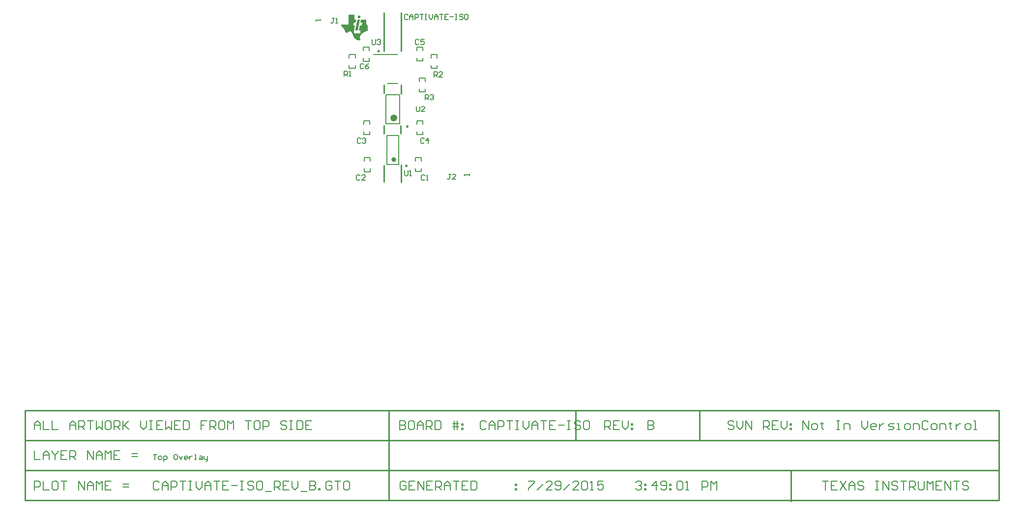
<source format=gto>
%FSAX25Y25*%
%MOIN*%
G70*
G01*
G75*
G04 Layer_Color=65535*
%ADD10R,0.02362X0.03150*%
%ADD11O,0.08661X0.02362*%
%ADD12O,0.07480X0.02362*%
%ADD13O,0.07677X0.01575*%
%ADD14C,0.01000*%
%ADD15C,0.02000*%
%ADD16C,0.01500*%
%ADD17C,0.00800*%
%ADD18C,0.05906*%
%ADD19R,0.05906X0.05906*%
%ADD20C,0.03400*%
%ADD21C,0.01575*%
%ADD22C,0.00984*%
%ADD23C,0.02362*%
%ADD24C,0.00700*%
%ADD25C,0.00787*%
G36*
X0263394Y0369642D02*
Y0369569D01*
Y0369496D01*
Y0369424D01*
Y0369351D01*
Y0369278D01*
Y0369206D01*
Y0369133D01*
Y0369060D01*
Y0368987D01*
Y0368915D01*
Y0368842D01*
Y0368769D01*
Y0368697D01*
Y0368624D01*
Y0368551D01*
Y0368479D01*
Y0368406D01*
Y0368333D01*
Y0368261D01*
Y0368188D01*
Y0368115D01*
Y0368042D01*
Y0367970D01*
Y0367897D01*
Y0367824D01*
Y0367752D01*
Y0367679D01*
Y0367606D01*
Y0367533D01*
Y0367461D01*
Y0367388D01*
Y0367315D01*
Y0367243D01*
Y0367170D01*
Y0367097D01*
Y0367025D01*
Y0366952D01*
Y0366879D01*
Y0366807D01*
Y0366734D01*
Y0366661D01*
Y0366588D01*
Y0366516D01*
Y0366443D01*
Y0366370D01*
X0264557D01*
Y0366298D01*
X0264485D01*
Y0366225D01*
Y0366152D01*
Y0366079D01*
Y0366007D01*
Y0365934D01*
X0264412D01*
Y0365861D01*
Y0365789D01*
Y0365716D01*
Y0365643D01*
Y0365571D01*
X0264339D01*
Y0365498D01*
Y0365425D01*
Y0365353D01*
Y0365280D01*
Y0365207D01*
X0264266D01*
Y0365134D01*
Y0365062D01*
Y0364989D01*
Y0364916D01*
Y0364844D01*
X0264194D01*
Y0364771D01*
Y0364698D01*
Y0364626D01*
Y0364553D01*
Y0364480D01*
X0264121D01*
Y0364407D01*
Y0364335D01*
Y0364262D01*
Y0364189D01*
X0262885D01*
Y0364117D01*
Y0364044D01*
Y0363971D01*
X0262812D01*
Y0363898D01*
Y0363826D01*
Y0363753D01*
Y0363680D01*
Y0363608D01*
X0262740D01*
Y0363535D01*
Y0363462D01*
Y0363390D01*
Y0363317D01*
Y0363244D01*
X0262667D01*
Y0363172D01*
Y0363099D01*
Y0363026D01*
Y0362953D01*
Y0362881D01*
X0262594D01*
Y0362808D01*
Y0362735D01*
Y0362663D01*
Y0362590D01*
Y0362517D01*
X0262522D01*
Y0362444D01*
Y0362372D01*
Y0362299D01*
Y0362226D01*
Y0362154D01*
X0263685D01*
Y0362081D01*
Y0362008D01*
Y0361936D01*
Y0361863D01*
X0263612D01*
Y0361790D01*
Y0361718D01*
Y0361645D01*
Y0361572D01*
Y0361499D01*
X0263539D01*
Y0361427D01*
Y0361354D01*
Y0361281D01*
Y0361209D01*
Y0361136D01*
X0263467D01*
Y0361063D01*
Y0360991D01*
Y0360918D01*
Y0360845D01*
Y0360772D01*
X0263394D01*
Y0360700D01*
Y0360627D01*
Y0360554D01*
Y0360482D01*
Y0360409D01*
X0263321D01*
Y0360336D01*
Y0360263D01*
Y0360191D01*
Y0360118D01*
Y0360045D01*
X0263249D01*
Y0359973D01*
Y0359900D01*
Y0359827D01*
Y0359755D01*
Y0359682D01*
X0263176D01*
Y0359609D01*
Y0359537D01*
Y0359464D01*
Y0359391D01*
Y0359318D01*
X0263103D01*
Y0359246D01*
Y0359173D01*
Y0359100D01*
Y0359028D01*
Y0358955D01*
X0263031D01*
Y0358882D01*
Y0358809D01*
Y0358737D01*
Y0358664D01*
Y0358591D01*
X0262958D01*
Y0358519D01*
Y0358446D01*
Y0358373D01*
Y0358301D01*
Y0358228D01*
X0262885D01*
Y0358155D01*
Y0358083D01*
Y0358010D01*
Y0357937D01*
Y0357864D01*
Y0357792D01*
Y0357719D01*
Y0357646D01*
X0262958D01*
Y0357574D01*
Y0357501D01*
Y0357428D01*
X0263031D01*
Y0357355D01*
Y0357283D01*
X0263103D01*
Y0357210D01*
X0263176D01*
Y0357137D01*
X0263249D01*
Y0357065D01*
X0263394D01*
Y0356992D01*
X0263539D01*
Y0356919D01*
X0263830D01*
Y0356847D01*
X0264266D01*
Y0356774D01*
X0267102D01*
Y0356847D01*
Y0356919D01*
Y0356992D01*
X0267174D01*
Y0357065D01*
Y0357137D01*
Y0357210D01*
Y0357283D01*
Y0357355D01*
X0267247D01*
Y0357428D01*
Y0357501D01*
Y0357574D01*
Y0357646D01*
Y0357719D01*
X0267320D01*
Y0357792D01*
Y0357864D01*
Y0357937D01*
Y0358010D01*
Y0358083D01*
X0267392D01*
Y0358155D01*
Y0358228D01*
Y0358301D01*
Y0358373D01*
Y0358446D01*
X0267465D01*
Y0358519D01*
Y0358591D01*
Y0358664D01*
Y0358737D01*
Y0358809D01*
X0267538D01*
Y0358882D01*
Y0358955D01*
X0266593D01*
Y0359028D01*
X0266447D01*
Y0359100D01*
X0266375D01*
Y0359173D01*
Y0359246D01*
Y0359318D01*
Y0359391D01*
Y0359464D01*
Y0359537D01*
Y0359609D01*
Y0359682D01*
Y0359755D01*
X0266447D01*
Y0359827D01*
Y0359900D01*
Y0359973D01*
Y0360045D01*
X0266520D01*
Y0360118D01*
Y0360191D01*
Y0360263D01*
Y0360336D01*
Y0360409D01*
X0266593D01*
Y0360482D01*
Y0360554D01*
Y0360627D01*
Y0360700D01*
Y0360772D01*
X0266666D01*
Y0360845D01*
Y0360918D01*
Y0360991D01*
Y0361063D01*
Y0361136D01*
X0266738D01*
Y0361209D01*
Y0361281D01*
Y0361354D01*
Y0361427D01*
Y0361499D01*
X0266811D01*
Y0361572D01*
Y0361645D01*
Y0361718D01*
Y0361790D01*
Y0361863D01*
X0266884D01*
Y0361936D01*
Y0362008D01*
Y0362081D01*
Y0362154D01*
X0268192D01*
Y0362226D01*
Y0362299D01*
Y0362372D01*
Y0362444D01*
Y0362517D01*
X0268265D01*
Y0362590D01*
Y0362663D01*
Y0362735D01*
Y0362808D01*
Y0362881D01*
X0268338D01*
Y0362953D01*
Y0363026D01*
Y0363099D01*
Y0363172D01*
Y0363244D01*
X0268410D01*
Y0363317D01*
Y0363390D01*
Y0363462D01*
Y0363535D01*
Y0363608D01*
X0268483D01*
Y0363680D01*
Y0363753D01*
Y0363826D01*
Y0363898D01*
Y0363971D01*
X0268556D01*
Y0364044D01*
Y0364117D01*
Y0364189D01*
X0267320D01*
Y0364262D01*
Y0364335D01*
Y0364407D01*
X0267392D01*
Y0364480D01*
Y0364553D01*
Y0364626D01*
Y0364698D01*
Y0364771D01*
X0267465D01*
Y0364844D01*
Y0364916D01*
Y0364989D01*
Y0365062D01*
Y0365134D01*
X0267538D01*
Y0365207D01*
Y0365280D01*
Y0365353D01*
Y0365425D01*
Y0365498D01*
X0267611D01*
Y0365571D01*
Y0365643D01*
Y0365716D01*
Y0365789D01*
Y0365861D01*
X0267683D01*
Y0365934D01*
Y0366007D01*
Y0366079D01*
Y0366152D01*
Y0366225D01*
X0267756D01*
Y0366298D01*
Y0366370D01*
X0271246D01*
Y0366298D01*
Y0366225D01*
Y0366152D01*
Y0366079D01*
Y0366007D01*
Y0365934D01*
Y0365861D01*
Y0365789D01*
Y0365716D01*
Y0365643D01*
Y0365571D01*
Y0365498D01*
Y0365425D01*
Y0365353D01*
Y0365280D01*
Y0365207D01*
Y0365134D01*
Y0365062D01*
Y0364989D01*
Y0364916D01*
Y0364844D01*
Y0364771D01*
Y0364698D01*
Y0364626D01*
Y0364553D01*
Y0364480D01*
Y0364407D01*
Y0364335D01*
Y0364262D01*
Y0364189D01*
Y0364117D01*
Y0364044D01*
Y0363971D01*
Y0363898D01*
X0271318D01*
Y0363826D01*
Y0363753D01*
Y0363680D01*
Y0363608D01*
Y0363535D01*
X0271391D01*
Y0363462D01*
Y0363390D01*
Y0363317D01*
Y0363244D01*
X0271464D01*
Y0363172D01*
Y0363099D01*
X0271536D01*
Y0363026D01*
Y0362953D01*
X0271609D01*
Y0362881D01*
Y0362808D01*
X0271682D01*
Y0362735D01*
X0271755D01*
Y0362663D01*
Y0362590D01*
X0271827D01*
Y0362517D01*
X0271900D01*
Y0362444D01*
X0271973D01*
Y0362372D01*
X0272045D01*
Y0362299D01*
X0272191D01*
Y0362226D01*
X0272264D01*
Y0362154D01*
Y0362081D01*
Y0362008D01*
Y0361936D01*
Y0361863D01*
Y0361790D01*
Y0361718D01*
Y0361645D01*
Y0361572D01*
Y0361499D01*
Y0361427D01*
Y0361354D01*
Y0361281D01*
Y0361209D01*
Y0361136D01*
Y0361063D01*
Y0360991D01*
Y0360918D01*
Y0360845D01*
Y0360772D01*
Y0360700D01*
Y0360627D01*
Y0360554D01*
Y0360482D01*
Y0360409D01*
Y0360336D01*
Y0360263D01*
Y0360191D01*
Y0360118D01*
Y0360045D01*
Y0359973D01*
Y0359900D01*
Y0359827D01*
Y0359755D01*
Y0359682D01*
Y0359609D01*
Y0359537D01*
Y0359464D01*
Y0359391D01*
Y0359318D01*
Y0359246D01*
Y0359173D01*
Y0359100D01*
Y0359028D01*
Y0358955D01*
Y0358882D01*
Y0358809D01*
Y0358737D01*
Y0358664D01*
X0272118D01*
Y0358591D01*
X0271900D01*
Y0358519D01*
X0271609D01*
Y0358446D01*
X0271391D01*
Y0358373D01*
X0271173D01*
Y0358301D01*
X0270955D01*
Y0358228D01*
X0270810D01*
Y0358155D01*
X0270591D01*
Y0358083D01*
X0270446D01*
Y0358010D01*
X0270301D01*
Y0357937D01*
X0270155D01*
Y0357864D01*
X0270010D01*
Y0357792D01*
X0269864D01*
Y0357719D01*
X0269719D01*
Y0357646D01*
X0269573D01*
Y0357574D01*
X0269501D01*
Y0357501D01*
X0269356D01*
Y0357428D01*
X0269210D01*
Y0357355D01*
X0269137D01*
Y0357283D01*
X0269065D01*
Y0357210D01*
X0268919D01*
Y0357137D01*
X0268847D01*
Y0357065D01*
X0268774D01*
Y0356992D01*
X0268629D01*
Y0356919D01*
X0268556D01*
Y0356847D01*
X0268483D01*
Y0356774D01*
X0268410D01*
Y0356701D01*
X0268338D01*
Y0356628D01*
X0268265D01*
Y0356556D01*
X0268192D01*
Y0356483D01*
X0268120D01*
Y0356410D01*
X0268047D01*
Y0356338D01*
X0267974D01*
Y0356265D01*
X0267901D01*
Y0356192D01*
X0267829D01*
Y0356120D01*
Y0356047D01*
X0267756D01*
Y0355974D01*
X0267683D01*
Y0355902D01*
X0267611D01*
Y0355829D01*
Y0355756D01*
X0267538D01*
Y0355683D01*
X0267465D01*
Y0355611D01*
Y0355538D01*
X0267392D01*
Y0355465D01*
Y0355393D01*
X0267320D01*
Y0355320D01*
Y0355247D01*
X0267247D01*
Y0355174D01*
Y0355102D01*
X0267174D01*
Y0355029D01*
Y0354956D01*
Y0354884D01*
X0267102D01*
Y0354811D01*
Y0354738D01*
Y0354666D01*
Y0354593D01*
X0267029D01*
Y0354520D01*
Y0354448D01*
Y0354375D01*
Y0354302D01*
Y0354229D01*
Y0354157D01*
Y0354084D01*
Y0354011D01*
Y0353939D01*
Y0353866D01*
Y0353793D01*
Y0353720D01*
Y0353648D01*
Y0353575D01*
Y0353502D01*
X0267102D01*
Y0353430D01*
Y0353357D01*
Y0353284D01*
Y0353212D01*
Y0353139D01*
X0267174D01*
Y0353066D01*
Y0352993D01*
Y0352921D01*
Y0352848D01*
X0267247D01*
Y0352775D01*
Y0352703D01*
Y0352630D01*
X0267320D01*
Y0352557D01*
Y0352485D01*
X0267392D01*
Y0352412D01*
Y0352339D01*
X0267247D01*
Y0352267D01*
X0267029D01*
Y0352194D01*
X0266666D01*
Y0352121D01*
X0265866D01*
Y0352194D01*
X0265502D01*
Y0352267D01*
X0265284D01*
Y0352339D01*
X0265066D01*
Y0352412D01*
X0264921D01*
Y0352485D01*
X0264775D01*
Y0352557D01*
X0264703D01*
Y0352630D01*
X0264557D01*
Y0352703D01*
X0264485D01*
Y0352775D01*
X0264339D01*
Y0352848D01*
X0264266D01*
Y0352921D01*
X0264194D01*
Y0352993D01*
X0264048D01*
Y0353066D01*
X0263976D01*
Y0353139D01*
X0263903D01*
Y0353212D01*
X0263830D01*
Y0353284D01*
X0263757D01*
Y0353357D01*
X0263685D01*
Y0353430D01*
X0263612D01*
Y0353502D01*
X0263539D01*
Y0353575D01*
Y0353648D01*
X0263467D01*
Y0353720D01*
X0263394D01*
Y0353793D01*
X0263321D01*
Y0353866D01*
X0263249D01*
Y0353939D01*
Y0354011D01*
X0263176D01*
Y0354084D01*
X0263103D01*
Y0354157D01*
Y0354229D01*
X0263031D01*
Y0354302D01*
Y0354375D01*
X0262958D01*
Y0354448D01*
X0262885D01*
Y0354520D01*
Y0354593D01*
X0262812D01*
Y0354666D01*
Y0354738D01*
X0262740D01*
Y0354811D01*
Y0354884D01*
X0262667D01*
Y0354956D01*
Y0355029D01*
X0262594D01*
Y0355102D01*
Y0355174D01*
X0262522D01*
Y0355247D01*
Y0355320D01*
X0262449D01*
Y0355393D01*
Y0355465D01*
X0262376D01*
Y0355538D01*
Y0355611D01*
X0262303D01*
Y0355683D01*
Y0355756D01*
X0262231D01*
Y0355829D01*
Y0355902D01*
X0262158D01*
Y0355974D01*
Y0356047D01*
Y0356120D01*
X0262085D01*
Y0356192D01*
Y0356265D01*
X0262013D01*
Y0356338D01*
Y0356410D01*
X0261940D01*
Y0356483D01*
Y0356556D01*
X0261867D01*
Y0356628D01*
Y0356701D01*
X0261795D01*
Y0356774D01*
Y0356847D01*
X0261722D01*
Y0356919D01*
Y0356992D01*
X0261649D01*
Y0357065D01*
Y0357137D01*
X0261577D01*
Y0357210D01*
Y0357283D01*
X0261504D01*
Y0357355D01*
Y0357428D01*
X0261431D01*
Y0357501D01*
Y0357574D01*
X0261358D01*
Y0357646D01*
X0261286D01*
Y0357719D01*
Y0357792D01*
X0261213D01*
Y0357864D01*
X0261140D01*
Y0357937D01*
X0261068D01*
Y0358010D01*
X0260995D01*
Y0358083D01*
X0260922D01*
Y0358155D01*
X0260849D01*
Y0358228D01*
X0260777D01*
Y0358301D01*
X0260631D01*
Y0358373D01*
X0260341D01*
Y0358446D01*
X0260195D01*
Y0358373D01*
X0259832D01*
Y0358301D01*
X0259686D01*
Y0358228D01*
X0259541D01*
Y0358155D01*
X0259468D01*
Y0358083D01*
X0259396D01*
Y0358010D01*
X0259323D01*
Y0357937D01*
X0259250D01*
Y0357864D01*
X0259177D01*
Y0357792D01*
X0259105D01*
Y0357719D01*
X0259032D01*
Y0357646D01*
X0258959D01*
Y0357574D01*
X0258887D01*
Y0357501D01*
X0258814D01*
Y0357428D01*
X0258741D01*
Y0357355D01*
X0258596D01*
Y0357283D01*
X0258014D01*
Y0357355D01*
X0257796D01*
Y0357428D01*
X0257651D01*
Y0357501D01*
X0257578D01*
Y0357574D01*
X0257505D01*
Y0357646D01*
X0257360D01*
Y0357719D01*
Y0357792D01*
X0257287D01*
Y0357864D01*
X0257215D01*
Y0357937D01*
X0257142D01*
Y0358010D01*
Y0358083D01*
X0257069D01*
Y0358155D01*
Y0358228D01*
X0256996D01*
Y0358301D01*
Y0358373D01*
X0256924D01*
Y0358446D01*
Y0358519D01*
X0256851D01*
Y0358591D01*
Y0358664D01*
X0256778D01*
Y0358737D01*
Y0358809D01*
X0256706D01*
Y0358882D01*
Y0358955D01*
Y0359028D01*
X0256633D01*
Y0359100D01*
Y0359173D01*
X0256560D01*
Y0359246D01*
Y0359318D01*
Y0359391D01*
X0256488D01*
Y0359464D01*
Y0359537D01*
X0256415D01*
Y0359609D01*
Y0359682D01*
Y0359755D01*
X0256342D01*
Y0359827D01*
X0256270D01*
Y0359900D01*
Y0359973D01*
X0256197D01*
Y0360045D01*
X0256124D01*
Y0360118D01*
Y0360191D01*
X0256051D01*
Y0360263D01*
X0255979D01*
Y0360336D01*
X0255906D01*
Y0360409D01*
X0255833D01*
Y0360482D01*
X0255761D01*
Y0360554D01*
X0255688D01*
Y0360627D01*
X0255615D01*
Y0360700D01*
X0255542D01*
Y0360772D01*
X0255470D01*
Y0360845D01*
X0255397D01*
Y0360918D01*
X0255252D01*
Y0360991D01*
X0255179D01*
Y0361063D01*
X0255106D01*
Y0361136D01*
X0255034D01*
Y0361209D01*
X0254961D01*
Y0361281D01*
X0254888D01*
Y0361354D01*
X0254816D01*
Y0361427D01*
X0254743D01*
Y0361499D01*
X0254670D01*
Y0361572D01*
Y0361645D01*
X0254597D01*
Y0361718D01*
X0254525D01*
Y0361790D01*
Y0361863D01*
X0254452D01*
Y0361936D01*
Y0362008D01*
X0254379D01*
Y0362081D01*
Y0362154D01*
X0254307D01*
Y0362226D01*
Y0362299D01*
X0254234D01*
Y0362372D01*
Y0362444D01*
Y0362517D01*
Y0362590D01*
X0254161D01*
Y0362663D01*
Y0362735D01*
Y0362808D01*
Y0362881D01*
Y0362953D01*
X0259177D01*
Y0363026D01*
Y0363099D01*
Y0363172D01*
Y0363244D01*
Y0363317D01*
Y0363390D01*
Y0363462D01*
Y0363535D01*
Y0363608D01*
Y0363680D01*
Y0363753D01*
Y0363826D01*
Y0363898D01*
Y0363971D01*
Y0364044D01*
Y0364117D01*
Y0364189D01*
Y0364262D01*
Y0364335D01*
Y0364407D01*
Y0364480D01*
Y0364553D01*
Y0364626D01*
Y0364698D01*
Y0364771D01*
Y0364844D01*
Y0364916D01*
Y0364989D01*
Y0365062D01*
Y0365134D01*
Y0365207D01*
Y0365280D01*
Y0365353D01*
Y0365425D01*
Y0365498D01*
Y0365571D01*
Y0365643D01*
Y0365716D01*
Y0365789D01*
Y0365861D01*
Y0365934D01*
Y0366007D01*
Y0366079D01*
Y0366152D01*
Y0366225D01*
Y0366298D01*
Y0366370D01*
Y0366443D01*
Y0366516D01*
Y0366588D01*
Y0366661D01*
Y0366734D01*
Y0366807D01*
Y0366879D01*
Y0366952D01*
Y0367025D01*
Y0367097D01*
Y0367170D01*
Y0367243D01*
Y0367315D01*
Y0367388D01*
Y0367461D01*
Y0367533D01*
Y0367606D01*
Y0367679D01*
Y0367752D01*
Y0367824D01*
Y0367897D01*
Y0367970D01*
Y0368042D01*
Y0368115D01*
Y0368188D01*
Y0368261D01*
Y0368333D01*
Y0368406D01*
Y0368479D01*
Y0368551D01*
Y0368624D01*
Y0368697D01*
Y0368769D01*
Y0368842D01*
Y0368915D01*
Y0368987D01*
Y0369060D01*
Y0369133D01*
Y0369206D01*
Y0369278D01*
Y0369351D01*
Y0369424D01*
Y0369496D01*
Y0369569D01*
Y0369642D01*
Y0369714D01*
X0263394D01*
Y0369642D01*
D02*
G37*
G36*
X0267029Y0366298D02*
Y0366225D01*
X0266956D01*
Y0366152D01*
Y0366079D01*
Y0366007D01*
Y0365934D01*
Y0365861D01*
X0266884D01*
Y0365789D01*
Y0365716D01*
Y0365643D01*
Y0365571D01*
Y0365498D01*
X0266811D01*
Y0365425D01*
Y0365353D01*
Y0365280D01*
Y0365207D01*
Y0365134D01*
X0266738D01*
Y0365062D01*
Y0364989D01*
Y0364916D01*
Y0364844D01*
Y0364771D01*
X0266666D01*
Y0364698D01*
Y0364626D01*
Y0364553D01*
Y0364480D01*
Y0364407D01*
X0266593D01*
Y0364335D01*
Y0364262D01*
Y0364189D01*
Y0364117D01*
Y0364044D01*
X0266520D01*
Y0363971D01*
Y0363898D01*
Y0363826D01*
Y0363753D01*
Y0363680D01*
X0266447D01*
Y0363608D01*
Y0363535D01*
Y0363462D01*
Y0363390D01*
Y0363317D01*
X0266375D01*
Y0363244D01*
Y0363172D01*
Y0363099D01*
Y0363026D01*
Y0362953D01*
X0266302D01*
Y0362881D01*
Y0362808D01*
Y0362735D01*
Y0362663D01*
Y0362590D01*
X0266229D01*
Y0362517D01*
Y0362444D01*
Y0362372D01*
Y0362299D01*
Y0362226D01*
X0266157D01*
Y0362154D01*
Y0362081D01*
Y0362008D01*
Y0361936D01*
Y0361863D01*
X0266084D01*
Y0361790D01*
Y0361718D01*
Y0361645D01*
Y0361572D01*
Y0361499D01*
X0266011D01*
Y0361427D01*
Y0361354D01*
Y0361281D01*
Y0361209D01*
Y0361136D01*
X0265938D01*
Y0361063D01*
Y0360991D01*
Y0360918D01*
Y0360845D01*
Y0360772D01*
X0265866D01*
Y0360700D01*
Y0360627D01*
Y0360554D01*
Y0360482D01*
Y0360409D01*
X0265793D01*
Y0360336D01*
Y0360263D01*
Y0360191D01*
Y0360118D01*
Y0360045D01*
X0265720D01*
Y0359973D01*
Y0359900D01*
Y0359827D01*
Y0359755D01*
Y0359682D01*
X0265648D01*
Y0359609D01*
Y0359537D01*
Y0359464D01*
Y0359391D01*
Y0359318D01*
X0265575D01*
Y0359246D01*
Y0359173D01*
Y0359100D01*
Y0359028D01*
Y0358955D01*
X0263830D01*
Y0359028D01*
Y0359100D01*
Y0359173D01*
X0263903D01*
Y0359246D01*
Y0359318D01*
Y0359391D01*
Y0359464D01*
Y0359537D01*
X0263976D01*
Y0359609D01*
Y0359682D01*
Y0359755D01*
Y0359827D01*
Y0359900D01*
X0264048D01*
Y0359973D01*
Y0360045D01*
Y0360118D01*
Y0360191D01*
Y0360263D01*
X0264121D01*
Y0360336D01*
Y0360409D01*
Y0360482D01*
Y0360554D01*
Y0360627D01*
X0264194D01*
Y0360700D01*
Y0360772D01*
Y0360845D01*
Y0360918D01*
Y0360991D01*
X0264266D01*
Y0361063D01*
Y0361136D01*
Y0361209D01*
Y0361281D01*
Y0361354D01*
X0264339D01*
Y0361427D01*
Y0361499D01*
Y0361572D01*
Y0361645D01*
Y0361718D01*
X0264412D01*
Y0361790D01*
Y0361863D01*
Y0361936D01*
Y0362008D01*
Y0362081D01*
X0264485D01*
Y0362154D01*
Y0362226D01*
Y0362299D01*
Y0362372D01*
Y0362444D01*
X0264557D01*
Y0362517D01*
Y0362590D01*
Y0362663D01*
Y0362735D01*
Y0362808D01*
X0264630D01*
Y0362881D01*
Y0362953D01*
Y0363026D01*
Y0363099D01*
Y0363172D01*
X0264703D01*
Y0363244D01*
Y0363317D01*
Y0363390D01*
Y0363462D01*
Y0363535D01*
X0264775D01*
Y0363608D01*
Y0363680D01*
Y0363753D01*
Y0363826D01*
Y0363898D01*
X0264848D01*
Y0363971D01*
Y0364044D01*
Y0364117D01*
Y0364189D01*
Y0364262D01*
X0264921D01*
Y0364335D01*
Y0364407D01*
Y0364480D01*
Y0364553D01*
Y0364626D01*
X0264993D01*
Y0364698D01*
Y0364771D01*
Y0364844D01*
Y0364916D01*
Y0364989D01*
X0265066D01*
Y0365062D01*
Y0365134D01*
Y0365207D01*
Y0365280D01*
Y0365353D01*
X0265139D01*
Y0365425D01*
Y0365498D01*
Y0365571D01*
Y0365643D01*
Y0365716D01*
X0265212D01*
Y0365789D01*
Y0365861D01*
Y0365934D01*
Y0366007D01*
Y0366079D01*
X0265284D01*
Y0366152D01*
Y0366225D01*
Y0366298D01*
Y0366370D01*
X0267029D01*
Y0366298D01*
D02*
G37*
G36*
X0267465Y0368697D02*
Y0368624D01*
Y0368551D01*
Y0368479D01*
X0267392D01*
Y0368406D01*
Y0368333D01*
Y0368261D01*
Y0368188D01*
Y0368115D01*
X0267320D01*
Y0368042D01*
Y0367970D01*
Y0367897D01*
Y0367824D01*
Y0367752D01*
X0267247D01*
Y0367679D01*
Y0367606D01*
Y0367533D01*
Y0367461D01*
Y0367388D01*
X0267174D01*
Y0367315D01*
Y0367243D01*
Y0367170D01*
Y0367097D01*
X0265430D01*
Y0367170D01*
Y0367243D01*
X0265502D01*
Y0367315D01*
Y0367388D01*
Y0367461D01*
Y0367533D01*
Y0367606D01*
X0265575D01*
Y0367679D01*
Y0367752D01*
Y0367824D01*
Y0367897D01*
Y0367970D01*
X0265648D01*
Y0368042D01*
Y0368115D01*
Y0368188D01*
Y0368261D01*
Y0368333D01*
X0265720D01*
Y0368406D01*
Y0368479D01*
Y0368551D01*
Y0368624D01*
Y0368697D01*
X0265793D01*
Y0368769D01*
X0267465D01*
Y0368697D01*
D02*
G37*
G54D14*
X0280200Y0344900D02*
G03*
X0280200Y0344900I-0000500J0000000D01*
G01*
X0294931Y0344773D02*
Y0370851D01*
X0283200Y0344773D02*
Y0370851D01*
X0294931Y0316055D02*
Y0321758D01*
X0283200Y0316261D02*
Y0321758D01*
X0294700Y0288780D02*
Y0294376D01*
X0283200Y0288937D02*
Y0294299D01*
X0294931Y0255949D02*
Y0267487D01*
X0283200Y0256302D02*
Y0267368D01*
X0559400Y0039400D02*
Y0059683D01*
X0440500Y0040050D02*
X0700200D01*
Y0101050D01*
X0286500Y0040050D02*
Y0101050D01*
X0040000Y0040050D02*
Y0101050D01*
X0040050Y0040050D02*
X0197600D01*
X0040050D02*
Y0101050D01*
Y0101050D02*
X0700200D01*
X0040000Y0040050D02*
X0440500D01*
X0040000Y0060383D02*
X0700000D01*
X0040000Y0080717D02*
X0700200D01*
X0413200D02*
Y0101050D01*
X0497200Y0080717D02*
Y0101050D01*
G54D17*
X0317200Y0327400D02*
Y0330899D01*
X0318949D01*
X0319533Y0330316D01*
Y0329149D01*
X0318949Y0328566D01*
X0317200D01*
X0318366D02*
X0319533Y0327400D01*
X0323031D02*
X0320699D01*
X0323031Y0329733D01*
Y0330316D01*
X0322448Y0330899D01*
X0321282D01*
X0320699Y0330316D01*
X0275200Y0352899D02*
Y0349983D01*
X0275783Y0349400D01*
X0276949D01*
X0277533Y0349983D01*
Y0352899D01*
X0278699Y0352316D02*
X0279282Y0352899D01*
X0280448D01*
X0281031Y0352316D01*
Y0351733D01*
X0280448Y0351149D01*
X0279865D01*
X0280448D01*
X0281031Y0350566D01*
Y0349983D01*
X0280448Y0349400D01*
X0279282D01*
X0278699Y0349983D01*
X0311200Y0311900D02*
Y0315399D01*
X0312949D01*
X0313533Y0314816D01*
Y0313649D01*
X0312949Y0313066D01*
X0311200D01*
X0312366D02*
X0313533Y0311900D01*
X0314699Y0314816D02*
X0315282Y0315399D01*
X0316448D01*
X0317031Y0314816D01*
Y0314233D01*
X0316448Y0313649D01*
X0315865D01*
X0316448D01*
X0317031Y0313066D01*
Y0312483D01*
X0316448Y0311900D01*
X0315282D01*
X0314699Y0312483D01*
X0256200Y0327900D02*
Y0331399D01*
X0257949D01*
X0258533Y0330816D01*
Y0329649D01*
X0257949Y0329066D01*
X0256200D01*
X0257366D02*
X0258533Y0327900D01*
X0259699D02*
X0260865D01*
X0260282D01*
Y0331399D01*
X0259699Y0330816D01*
X0269533Y0335816D02*
X0268949Y0336399D01*
X0267783D01*
X0267200Y0335816D01*
Y0333483D01*
X0267783Y0332900D01*
X0268949D01*
X0269533Y0333483D01*
X0273031Y0336399D02*
X0271865Y0335816D01*
X0270699Y0334649D01*
Y0333483D01*
X0271282Y0332900D01*
X0272448D01*
X0273031Y0333483D01*
Y0334066D01*
X0272448Y0334649D01*
X0270699D01*
X0307033Y0352316D02*
X0306449Y0352899D01*
X0305283D01*
X0304700Y0352316D01*
Y0349983D01*
X0305283Y0349400D01*
X0306449D01*
X0307033Y0349983D01*
X0310531Y0352899D02*
X0308199D01*
Y0351149D01*
X0309365Y0351733D01*
X0309948D01*
X0310531Y0351149D01*
Y0349983D01*
X0309948Y0349400D01*
X0308782D01*
X0308199Y0349983D01*
X0310533Y0285316D02*
X0309949Y0285899D01*
X0308783D01*
X0308200Y0285316D01*
Y0282983D01*
X0308783Y0282400D01*
X0309949D01*
X0310533Y0282983D01*
X0313448Y0282400D02*
Y0285899D01*
X0311699Y0284149D01*
X0314031D01*
X0267533Y0285316D02*
X0266949Y0285899D01*
X0265783D01*
X0265200Y0285316D01*
Y0282983D01*
X0265783Y0282400D01*
X0266949D01*
X0267533Y0282983D01*
X0268699Y0285316D02*
X0269282Y0285899D01*
X0270448D01*
X0271031Y0285316D01*
Y0284733D01*
X0270448Y0284149D01*
X0269865D01*
X0270448D01*
X0271031Y0283566D01*
Y0282983D01*
X0270448Y0282400D01*
X0269282D01*
X0268699Y0282983D01*
X0267033Y0260316D02*
X0266449Y0260899D01*
X0265283D01*
X0264700Y0260316D01*
Y0257983D01*
X0265283Y0257400D01*
X0266449D01*
X0267033Y0257983D01*
X0270531Y0257400D02*
X0268199D01*
X0270531Y0259733D01*
Y0260316D01*
X0269948Y0260899D01*
X0268782D01*
X0268199Y0260316D01*
X0311033D02*
X0310449Y0260899D01*
X0309283D01*
X0308700Y0260316D01*
Y0257983D01*
X0309283Y0257400D01*
X0310449D01*
X0311033Y0257983D01*
X0312199Y0257400D02*
X0313365D01*
X0312782D01*
Y0260899D01*
X0312199Y0260316D01*
X0328533Y0261399D02*
X0327366D01*
X0327949D01*
Y0258483D01*
X0327366Y0257900D01*
X0326783D01*
X0326200Y0258483D01*
X0332031Y0257900D02*
X0329699D01*
X0332031Y0260233D01*
Y0260816D01*
X0331448Y0261399D01*
X0330282D01*
X0329699Y0260816D01*
X0249533Y0367399D02*
X0248366D01*
X0248949D01*
Y0364483D01*
X0248366Y0363900D01*
X0247783D01*
X0247200Y0364483D01*
X0250699Y0363900D02*
X0251865D01*
X0251282D01*
Y0367399D01*
X0250699Y0366816D01*
X0297200Y0263899D02*
Y0260983D01*
X0297783Y0260400D01*
X0298949D01*
X0299533Y0260983D01*
Y0263899D01*
X0300699Y0260400D02*
X0301865D01*
X0301282D01*
Y0263899D01*
X0300699Y0263316D01*
X0305200Y0307399D02*
Y0304483D01*
X0305783Y0303900D01*
X0306949D01*
X0307533Y0304483D01*
Y0307399D01*
X0311031Y0303900D02*
X0308699D01*
X0311031Y0306233D01*
Y0306816D01*
X0310448Y0307399D01*
X0309282D01*
X0308699Y0306816D01*
X0126900Y0071049D02*
X0129233D01*
X0128066D01*
Y0067551D01*
X0130982D02*
X0132148D01*
X0132731Y0068134D01*
Y0069300D01*
X0132148Y0069883D01*
X0130982D01*
X0130399Y0069300D01*
Y0068134D01*
X0130982Y0067551D01*
X0133898Y0066384D02*
Y0069883D01*
X0135647D01*
X0136230Y0069300D01*
Y0068134D01*
X0135647Y0067551D01*
X0133898D01*
X0142645Y0071049D02*
X0141479D01*
X0140895Y0070466D01*
Y0068134D01*
X0141479Y0067551D01*
X0142645D01*
X0143228Y0068134D01*
Y0070466D01*
X0142645Y0071049D01*
X0144394Y0069883D02*
X0145561Y0067551D01*
X0146727Y0069883D01*
X0149643Y0067551D02*
X0148476D01*
X0147893Y0068134D01*
Y0069300D01*
X0148476Y0069883D01*
X0149643D01*
X0150226Y0069300D01*
Y0068717D01*
X0147893D01*
X0151392Y0069883D02*
Y0067551D01*
Y0068717D01*
X0151975Y0069300D01*
X0152558Y0069883D01*
X0153141D01*
X0154891Y0067551D02*
X0156057D01*
X0155474D01*
Y0071049D01*
X0154891D01*
X0158390Y0069883D02*
X0159556D01*
X0160139Y0069300D01*
Y0067551D01*
X0158390D01*
X0157807Y0068134D01*
X0158390Y0068717D01*
X0160139D01*
X0161305Y0069883D02*
Y0068134D01*
X0161889Y0067551D01*
X0163638D01*
Y0066967D01*
X0163055Y0066384D01*
X0162472D01*
X0163638Y0067551D02*
Y0069883D01*
X0237200Y0366400D02*
Y0365234D01*
Y0365817D01*
X0240699D01*
X0240116Y0366400D01*
X0341200Y0260400D02*
Y0261566D01*
Y0260983D01*
X0337701D01*
X0338284Y0260400D01*
X0580500Y0052965D02*
X0584499D01*
X0582499D01*
Y0046966D01*
X0590497Y0052965D02*
X0586498D01*
Y0046966D01*
X0590497D01*
X0586498Y0049966D02*
X0588497D01*
X0592496Y0052965D02*
X0596495Y0046966D01*
Y0052965D02*
X0592496Y0046966D01*
X0598494D02*
Y0050965D01*
X0600493Y0052965D01*
X0602493Y0050965D01*
Y0046966D01*
Y0049966D01*
X0598494D01*
X0608491Y0051965D02*
X0607491Y0052965D01*
X0605492D01*
X0604492Y0051965D01*
Y0050965D01*
X0605492Y0049966D01*
X0607491D01*
X0608491Y0048966D01*
Y0047966D01*
X0607491Y0046966D01*
X0605492D01*
X0604492Y0047966D01*
X0616488Y0052965D02*
X0618488D01*
X0617488D01*
Y0046966D01*
X0616488D01*
X0618488D01*
X0621487D02*
Y0052965D01*
X0625486Y0046966D01*
Y0052965D01*
X0631484Y0051965D02*
X0630484Y0052965D01*
X0628484D01*
X0627485Y0051965D01*
Y0050965D01*
X0628484Y0049966D01*
X0630484D01*
X0631484Y0048966D01*
Y0047966D01*
X0630484Y0046966D01*
X0628484D01*
X0627485Y0047966D01*
X0633483Y0052965D02*
X0637482D01*
X0635482D01*
Y0046966D01*
X0639481D02*
Y0052965D01*
X0642480D01*
X0643480Y0051965D01*
Y0049966D01*
X0642480Y0048966D01*
X0639481D01*
X0641480D02*
X0643480Y0046966D01*
X0645479Y0052965D02*
Y0047966D01*
X0646479Y0046966D01*
X0648478D01*
X0649478Y0047966D01*
Y0052965D01*
X0651477Y0046966D02*
Y0052965D01*
X0653476Y0050965D01*
X0655476Y0052965D01*
Y0046966D01*
X0661474Y0052965D02*
X0657475D01*
Y0046966D01*
X0661474D01*
X0657475Y0049966D02*
X0659474D01*
X0663473Y0046966D02*
Y0052965D01*
X0667472Y0046966D01*
Y0052965D01*
X0669471D02*
X0673470D01*
X0671471D01*
Y0046966D01*
X0679468Y0051965D02*
X0678468Y0052965D01*
X0676469D01*
X0675469Y0051965D01*
Y0050965D01*
X0676469Y0049966D01*
X0678468D01*
X0679468Y0048966D01*
Y0047966D01*
X0678468Y0046966D01*
X0676469D01*
X0675469Y0047966D01*
X0454050Y0051965D02*
X0455050Y0052965D01*
X0457049D01*
X0458049Y0051965D01*
Y0050965D01*
X0457049Y0049966D01*
X0456049D01*
X0457049D01*
X0458049Y0048966D01*
Y0047966D01*
X0457049Y0046966D01*
X0455050D01*
X0454050Y0047966D01*
X0460048Y0050965D02*
X0461048D01*
Y0049966D01*
X0460048D01*
Y0050965D01*
Y0047966D02*
X0461048D01*
Y0046966D01*
X0460048D01*
Y0047966D01*
X0468046Y0046966D02*
Y0052965D01*
X0465046Y0049966D01*
X0469045D01*
X0471044Y0047966D02*
X0472044Y0046966D01*
X0474044D01*
X0475043Y0047966D01*
Y0051965D01*
X0474044Y0052965D01*
X0472044D01*
X0471044Y0051965D01*
Y0050965D01*
X0472044Y0049966D01*
X0475043D01*
X0477043Y0050965D02*
X0478042D01*
Y0049966D01*
X0477043D01*
Y0050965D01*
Y0047966D02*
X0478042D01*
Y0046966D01*
X0477043D01*
Y0047966D01*
X0482041Y0051965D02*
X0483041Y0052965D01*
X0485040D01*
X0486040Y0051965D01*
Y0047966D01*
X0485040Y0046966D01*
X0483041D01*
X0482041Y0047966D01*
Y0051965D01*
X0488039Y0046966D02*
X0490038D01*
X0489039D01*
Y0052965D01*
X0488039Y0051965D01*
X0499035Y0046966D02*
Y0052965D01*
X0502035D01*
X0503034Y0051965D01*
Y0049966D01*
X0502035Y0048966D01*
X0499035D01*
X0505033Y0046966D02*
Y0052965D01*
X0507033Y0050965D01*
X0509032Y0052965D01*
Y0046966D01*
X0046350D02*
Y0052965D01*
X0049349D01*
X0050349Y0051965D01*
Y0049966D01*
X0049349Y0048966D01*
X0046350D01*
X0052348Y0052965D02*
Y0046966D01*
X0056347D01*
X0061345Y0052965D02*
X0059346D01*
X0058346Y0051965D01*
Y0047966D01*
X0059346Y0046966D01*
X0061345D01*
X0062345Y0047966D01*
Y0051965D01*
X0061345Y0052965D01*
X0064344D02*
X0068343D01*
X0066343D01*
Y0046966D01*
X0076340D02*
Y0052965D01*
X0080339Y0046966D01*
Y0052965D01*
X0082338Y0046966D02*
Y0050965D01*
X0084338Y0052965D01*
X0086337Y0050965D01*
Y0046966D01*
Y0049966D01*
X0082338D01*
X0088336Y0046966D02*
Y0052965D01*
X0090336Y0050965D01*
X0092335Y0052965D01*
Y0046966D01*
X0098333Y0052965D02*
X0094335D01*
Y0046966D01*
X0098333D01*
X0094335Y0049966D02*
X0096334D01*
X0106331Y0048966D02*
X0110329D01*
X0106331Y0050965D02*
X0110329D01*
X0046350Y0073549D02*
Y0067551D01*
X0050349D01*
X0052348D02*
Y0071549D01*
X0054347Y0073549D01*
X0056347Y0071549D01*
Y0067551D01*
Y0070550D01*
X0052348D01*
X0058346Y0073549D02*
Y0072549D01*
X0060346Y0070550D01*
X0062345Y0072549D01*
Y0073549D01*
X0060346Y0070550D02*
Y0067551D01*
X0068343Y0073549D02*
X0064344D01*
Y0067551D01*
X0068343D01*
X0064344Y0070550D02*
X0066343D01*
X0070342Y0067551D02*
Y0073549D01*
X0073341D01*
X0074341Y0072549D01*
Y0070550D01*
X0073341Y0069550D01*
X0070342D01*
X0072342D02*
X0074341Y0067551D01*
X0082338D02*
Y0073549D01*
X0086337Y0067551D01*
Y0073549D01*
X0088336Y0067551D02*
Y0071549D01*
X0090336Y0073549D01*
X0092335Y0071549D01*
Y0067551D01*
Y0070550D01*
X0088336D01*
X0094335Y0067551D02*
Y0073549D01*
X0096334Y0071549D01*
X0098333Y0073549D01*
Y0067551D01*
X0104331Y0073549D02*
X0100332D01*
Y0067551D01*
X0104331D01*
X0100332Y0070550D02*
X0102332D01*
X0112329Y0069550D02*
X0116327D01*
X0112329Y0071549D02*
X0116327D01*
X0294000Y0093831D02*
Y0087833D01*
X0296999D01*
X0297999Y0088833D01*
Y0089833D01*
X0296999Y0090832D01*
X0294000D01*
X0296999D01*
X0297999Y0091832D01*
Y0092832D01*
X0296999Y0093831D01*
X0294000D01*
X0302997D02*
X0300998D01*
X0299998Y0092832D01*
Y0088833D01*
X0300998Y0087833D01*
X0302997D01*
X0303997Y0088833D01*
Y0092832D01*
X0302997Y0093831D01*
X0305996Y0087833D02*
Y0091832D01*
X0307996Y0093831D01*
X0309995Y0091832D01*
Y0087833D01*
Y0090832D01*
X0305996D01*
X0311994Y0087833D02*
Y0093831D01*
X0314993D01*
X0315993Y0092832D01*
Y0090832D01*
X0314993Y0089833D01*
X0311994D01*
X0313994D02*
X0315993Y0087833D01*
X0317992Y0093831D02*
Y0087833D01*
X0320991D01*
X0321991Y0088833D01*
Y0092832D01*
X0320991Y0093831D01*
X0317992D01*
X0330988Y0087833D02*
Y0093831D01*
X0332987D02*
Y0087833D01*
X0329988Y0091832D02*
X0332987D01*
X0333987D01*
X0329988Y0089833D02*
X0333987D01*
X0335986Y0091832D02*
X0336986D01*
Y0090832D01*
X0335986D01*
Y0091832D01*
Y0088833D02*
X0336986D01*
Y0087833D01*
X0335986D01*
Y0088833D01*
X0352549Y0092832D02*
X0351549Y0093831D01*
X0349550D01*
X0348550Y0092832D01*
Y0088833D01*
X0349550Y0087833D01*
X0351549D01*
X0352549Y0088833D01*
X0354548Y0087833D02*
Y0091832D01*
X0356547Y0093831D01*
X0358547Y0091832D01*
Y0087833D01*
Y0090832D01*
X0354548D01*
X0360546Y0087833D02*
Y0093831D01*
X0363545D01*
X0364545Y0092832D01*
Y0090832D01*
X0363545Y0089833D01*
X0360546D01*
X0366544Y0093831D02*
X0370543D01*
X0368544D01*
Y0087833D01*
X0372542Y0093831D02*
X0374542D01*
X0373542D01*
Y0087833D01*
X0372542D01*
X0374542D01*
X0377541Y0093831D02*
Y0089833D01*
X0379540Y0087833D01*
X0381539Y0089833D01*
Y0093831D01*
X0383539Y0087833D02*
Y0091832D01*
X0385538Y0093831D01*
X0387537Y0091832D01*
Y0087833D01*
Y0090832D01*
X0383539D01*
X0389537Y0093831D02*
X0393535D01*
X0391536D01*
Y0087833D01*
X0399534Y0093831D02*
X0395535D01*
Y0087833D01*
X0399534D01*
X0395535Y0090832D02*
X0397534D01*
X0401533D02*
X0405532D01*
X0407531Y0093831D02*
X0409530D01*
X0408531D01*
Y0087833D01*
X0407531D01*
X0409530D01*
X0416528Y0092832D02*
X0415528Y0093831D01*
X0413529D01*
X0412529Y0092832D01*
Y0091832D01*
X0413529Y0090832D01*
X0415528D01*
X0416528Y0089833D01*
Y0088833D01*
X0415528Y0087833D01*
X0413529D01*
X0412529Y0088833D01*
X0421526Y0093831D02*
X0419527D01*
X0418527Y0092832D01*
Y0088833D01*
X0419527Y0087833D01*
X0421526D01*
X0422526Y0088833D01*
Y0092832D01*
X0421526Y0093831D01*
X0462150D02*
Y0087833D01*
X0465149D01*
X0466149Y0088833D01*
Y0089833D01*
X0465149Y0090832D01*
X0462150D01*
X0465149D01*
X0466149Y0091832D01*
Y0092832D01*
X0465149Y0093831D01*
X0462150D01*
X0046350Y0087833D02*
Y0091832D01*
X0048349Y0093831D01*
X0050349Y0091832D01*
Y0087833D01*
Y0090832D01*
X0046350D01*
X0052348Y0093831D02*
Y0087833D01*
X0056347D01*
X0058346Y0093831D02*
Y0087833D01*
X0062345D01*
X0070342D02*
Y0091832D01*
X0072342Y0093831D01*
X0074341Y0091832D01*
Y0087833D01*
Y0090832D01*
X0070342D01*
X0076340Y0087833D02*
Y0093831D01*
X0079339D01*
X0080339Y0092832D01*
Y0090832D01*
X0079339Y0089833D01*
X0076340D01*
X0078340D02*
X0080339Y0087833D01*
X0082338Y0093831D02*
X0086337D01*
X0084338D01*
Y0087833D01*
X0088336Y0093831D02*
Y0087833D01*
X0090336Y0089833D01*
X0092335Y0087833D01*
Y0093831D01*
X0097334D02*
X0095334D01*
X0094335Y0092832D01*
Y0088833D01*
X0095334Y0087833D01*
X0097334D01*
X0098333Y0088833D01*
Y0092832D01*
X0097334Y0093831D01*
X0100332Y0087833D02*
Y0093831D01*
X0103332D01*
X0104331Y0092832D01*
Y0090832D01*
X0103332Y0089833D01*
X0100332D01*
X0102332D02*
X0104331Y0087833D01*
X0106331Y0093831D02*
Y0087833D01*
Y0089833D01*
X0110329Y0093831D01*
X0107330Y0090832D01*
X0110329Y0087833D01*
X0118327Y0093831D02*
Y0089833D01*
X0120326Y0087833D01*
X0122325Y0089833D01*
Y0093831D01*
X0124325D02*
X0126324D01*
X0125324D01*
Y0087833D01*
X0124325D01*
X0126324D01*
X0133322Y0093831D02*
X0129323D01*
Y0087833D01*
X0133322D01*
X0129323Y0090832D02*
X0131323D01*
X0135321Y0093831D02*
Y0087833D01*
X0137321Y0089833D01*
X0139320Y0087833D01*
Y0093831D01*
X0145318D02*
X0141319D01*
Y0087833D01*
X0145318D01*
X0141319Y0090832D02*
X0143319D01*
X0147317Y0093831D02*
Y0087833D01*
X0150316D01*
X0151316Y0088833D01*
Y0092832D01*
X0150316Y0093831D01*
X0147317D01*
X0163312D02*
X0159313D01*
Y0090832D01*
X0161313D01*
X0159313D01*
Y0087833D01*
X0165312D02*
Y0093831D01*
X0168310D01*
X0169310Y0092832D01*
Y0090832D01*
X0168310Y0089833D01*
X0165312D01*
X0167311D02*
X0169310Y0087833D01*
X0174309Y0093831D02*
X0172309D01*
X0171310Y0092832D01*
Y0088833D01*
X0172309Y0087833D01*
X0174309D01*
X0175308Y0088833D01*
Y0092832D01*
X0174309Y0093831D01*
X0177308Y0087833D02*
Y0093831D01*
X0179307Y0091832D01*
X0181306Y0093831D01*
Y0087833D01*
X0189304Y0093831D02*
X0193303D01*
X0191303D01*
Y0087833D01*
X0198301Y0093831D02*
X0196301D01*
X0195302Y0092832D01*
Y0088833D01*
X0196301Y0087833D01*
X0198301D01*
X0199301Y0088833D01*
Y0092832D01*
X0198301Y0093831D01*
X0201300Y0087833D02*
Y0093831D01*
X0204299D01*
X0205299Y0092832D01*
Y0090832D01*
X0204299Y0089833D01*
X0201300D01*
X0217295Y0092832D02*
X0216295Y0093831D01*
X0214296D01*
X0213296Y0092832D01*
Y0091832D01*
X0214296Y0090832D01*
X0216295D01*
X0217295Y0089833D01*
Y0088833D01*
X0216295Y0087833D01*
X0214296D01*
X0213296Y0088833D01*
X0219294Y0093831D02*
X0221293D01*
X0220294D01*
Y0087833D01*
X0219294D01*
X0221293D01*
X0224292Y0093831D02*
Y0087833D01*
X0227291D01*
X0228291Y0088833D01*
Y0092832D01*
X0227291Y0093831D01*
X0224292D01*
X0234289D02*
X0230291D01*
Y0087833D01*
X0234289D01*
X0230291Y0090832D02*
X0232290D01*
X0298199Y0051965D02*
X0297199Y0052965D01*
X0295200D01*
X0294200Y0051965D01*
Y0047966D01*
X0295200Y0046966D01*
X0297199D01*
X0298199Y0047966D01*
Y0049966D01*
X0296199D01*
X0304197Y0052965D02*
X0300198D01*
Y0046966D01*
X0304197D01*
X0300198Y0049966D02*
X0302197D01*
X0306196Y0046966D02*
Y0052965D01*
X0310195Y0046966D01*
Y0052965D01*
X0316193D02*
X0312194D01*
Y0046966D01*
X0316193D01*
X0312194Y0049966D02*
X0314194D01*
X0318192Y0046966D02*
Y0052965D01*
X0321191D01*
X0322191Y0051965D01*
Y0049966D01*
X0321191Y0048966D01*
X0318192D01*
X0320192D02*
X0322191Y0046966D01*
X0324190D02*
Y0050965D01*
X0326190Y0052965D01*
X0328189Y0050965D01*
Y0046966D01*
Y0049966D01*
X0324190D01*
X0330188Y0052965D02*
X0334187D01*
X0332188D01*
Y0046966D01*
X0340185Y0052965D02*
X0336186D01*
Y0046966D01*
X0340185D01*
X0336186Y0049966D02*
X0338186D01*
X0342184Y0052965D02*
Y0046966D01*
X0345183D01*
X0346183Y0047966D01*
Y0051965D01*
X0345183Y0052965D01*
X0342184D01*
X0372175Y0050965D02*
X0373175D01*
Y0049966D01*
X0372175D01*
Y0050965D01*
Y0047966D02*
X0373175D01*
Y0046966D01*
X0372175D01*
Y0047966D01*
X0381150Y0052965D02*
X0385149D01*
Y0051965D01*
X0381150Y0047966D01*
Y0046966D01*
X0387148D02*
X0391147Y0050965D01*
X0397145Y0046966D02*
X0393146D01*
X0397145Y0050965D01*
Y0051965D01*
X0396145Y0052965D01*
X0394146D01*
X0393146Y0051965D01*
X0399144Y0047966D02*
X0400144Y0046966D01*
X0402143D01*
X0403143Y0047966D01*
Y0051965D01*
X0402143Y0052965D01*
X0400144D01*
X0399144Y0051965D01*
Y0050965D01*
X0400144Y0049966D01*
X0403143D01*
X0405142Y0046966D02*
X0409141Y0050965D01*
X0415139Y0046966D02*
X0411140D01*
X0415139Y0050965D01*
Y0051965D01*
X0414139Y0052965D01*
X0412140D01*
X0411140Y0051965D01*
X0417138D02*
X0418138Y0052965D01*
X0420137D01*
X0421137Y0051965D01*
Y0047966D01*
X0420137Y0046966D01*
X0418138D01*
X0417138Y0047966D01*
Y0051965D01*
X0423136Y0046966D02*
X0425136D01*
X0424136D01*
Y0052965D01*
X0423136Y0051965D01*
X0432133Y0052965D02*
X0428135D01*
Y0049966D01*
X0430134Y0050965D01*
X0431134D01*
X0432133Y0049966D01*
Y0047966D01*
X0431134Y0046966D01*
X0429135D01*
X0428135Y0047966D01*
X0130899Y0051965D02*
X0129899Y0052965D01*
X0127900D01*
X0126900Y0051965D01*
Y0047966D01*
X0127900Y0046966D01*
X0129899D01*
X0130899Y0047966D01*
X0132898Y0046966D02*
Y0050965D01*
X0134897Y0052965D01*
X0136897Y0050965D01*
Y0046966D01*
Y0049966D01*
X0132898D01*
X0138896Y0046966D02*
Y0052965D01*
X0141895D01*
X0142895Y0051965D01*
Y0049966D01*
X0141895Y0048966D01*
X0138896D01*
X0144894Y0052965D02*
X0148893D01*
X0146894D01*
Y0046966D01*
X0150892Y0052965D02*
X0152892D01*
X0151892D01*
Y0046966D01*
X0150892D01*
X0152892D01*
X0155891Y0052965D02*
Y0048966D01*
X0157890Y0046966D01*
X0159889Y0048966D01*
Y0052965D01*
X0161889Y0046966D02*
Y0050965D01*
X0163888Y0052965D01*
X0165887Y0050965D01*
Y0046966D01*
Y0049966D01*
X0161889D01*
X0167887Y0052965D02*
X0171885D01*
X0169886D01*
Y0046966D01*
X0177884Y0052965D02*
X0173885D01*
Y0046966D01*
X0177884D01*
X0173885Y0049966D02*
X0175884D01*
X0179883D02*
X0183882D01*
X0185881Y0052965D02*
X0187880D01*
X0186881D01*
Y0046966D01*
X0185881D01*
X0187880D01*
X0194878Y0051965D02*
X0193878Y0052965D01*
X0191879D01*
X0190879Y0051965D01*
Y0050965D01*
X0191879Y0049966D01*
X0193878D01*
X0194878Y0048966D01*
Y0047966D01*
X0193878Y0046966D01*
X0191879D01*
X0190879Y0047966D01*
X0199876Y0052965D02*
X0197877D01*
X0196877Y0051965D01*
Y0047966D01*
X0197877Y0046966D01*
X0199876D01*
X0200876Y0047966D01*
Y0051965D01*
X0199876Y0052965D01*
X0202875Y0045967D02*
X0206874D01*
X0208874Y0046966D02*
Y0052965D01*
X0211873D01*
X0212872Y0051965D01*
Y0049966D01*
X0211873Y0048966D01*
X0208874D01*
X0210873D02*
X0212872Y0046966D01*
X0218870Y0052965D02*
X0214872D01*
Y0046966D01*
X0218870D01*
X0214872Y0049966D02*
X0216871D01*
X0220870Y0052965D02*
Y0048966D01*
X0222869Y0046966D01*
X0224868Y0048966D01*
Y0052965D01*
X0226868Y0045967D02*
X0230866D01*
X0232866Y0052965D02*
Y0046966D01*
X0235865D01*
X0236864Y0047966D01*
Y0048966D01*
X0235865Y0049966D01*
X0232866D01*
X0235865D01*
X0236864Y0050965D01*
Y0051965D01*
X0235865Y0052965D01*
X0232866D01*
X0238864Y0046966D02*
Y0047966D01*
X0239863D01*
Y0046966D01*
X0238864D01*
X0247861Y0051965D02*
X0246861Y0052965D01*
X0244862D01*
X0243862Y0051965D01*
Y0047966D01*
X0244862Y0046966D01*
X0246861D01*
X0247861Y0047966D01*
Y0049966D01*
X0245862D01*
X0249860Y0052965D02*
X0253859D01*
X0251860D01*
Y0046966D01*
X0258857Y0052965D02*
X0256858D01*
X0255858Y0051965D01*
Y0047966D01*
X0256858Y0046966D01*
X0258857D01*
X0259857Y0047966D01*
Y0051965D01*
X0258857Y0052965D01*
X0433000Y0087833D02*
Y0093831D01*
X0435999D01*
X0436999Y0092832D01*
Y0090832D01*
X0435999Y0089833D01*
X0433000D01*
X0434999D02*
X0436999Y0087833D01*
X0442997Y0093831D02*
X0438998D01*
Y0087833D01*
X0442997D01*
X0438998Y0090832D02*
X0440997D01*
X0444996Y0093831D02*
Y0089833D01*
X0446995Y0087833D01*
X0448995Y0089833D01*
Y0093831D01*
X0450994Y0091832D02*
X0451994D01*
Y0090832D01*
X0450994D01*
Y0091832D01*
Y0088833D02*
X0451994D01*
Y0087833D01*
X0450994D01*
Y0088833D01*
X0520799Y0092832D02*
X0519799Y0093831D01*
X0517800D01*
X0516800Y0092832D01*
Y0091832D01*
X0517800Y0090832D01*
X0519799D01*
X0520799Y0089833D01*
Y0088833D01*
X0519799Y0087833D01*
X0517800D01*
X0516800Y0088833D01*
X0522798Y0093831D02*
Y0089833D01*
X0524797Y0087833D01*
X0526797Y0089833D01*
Y0093831D01*
X0528796Y0087833D02*
Y0093831D01*
X0532795Y0087833D01*
Y0093831D01*
X0540792Y0087833D02*
Y0093831D01*
X0543791D01*
X0544791Y0092832D01*
Y0090832D01*
X0543791Y0089833D01*
X0540792D01*
X0542792D02*
X0544791Y0087833D01*
X0550789Y0093831D02*
X0546790D01*
Y0087833D01*
X0550789D01*
X0546790Y0090832D02*
X0548790D01*
X0552788Y0093831D02*
Y0089833D01*
X0554788Y0087833D01*
X0556787Y0089833D01*
Y0093831D01*
X0558786Y0091832D02*
X0559786D01*
Y0090832D01*
X0558786D01*
Y0091832D01*
Y0088833D02*
X0559786D01*
Y0087833D01*
X0558786D01*
Y0088833D01*
X0567400Y0087833D02*
Y0093831D01*
X0571399Y0087833D01*
Y0093831D01*
X0574398Y0087833D02*
X0576397D01*
X0577397Y0088833D01*
Y0090832D01*
X0576397Y0091832D01*
X0574398D01*
X0573398Y0090832D01*
Y0088833D01*
X0574398Y0087833D01*
X0580396Y0092832D02*
Y0091832D01*
X0579396D01*
X0581395D01*
X0580396D01*
Y0088833D01*
X0581395Y0087833D01*
X0590393Y0093831D02*
X0592392D01*
X0591392D01*
Y0087833D01*
X0590393D01*
X0592392D01*
X0595391D02*
Y0091832D01*
X0598390D01*
X0599390Y0090832D01*
Y0087833D01*
X0607387Y0093831D02*
Y0089833D01*
X0609386Y0087833D01*
X0611386Y0089833D01*
Y0093831D01*
X0616384Y0087833D02*
X0614385D01*
X0613385Y0088833D01*
Y0090832D01*
X0614385Y0091832D01*
X0616384D01*
X0617384Y0090832D01*
Y0089833D01*
X0613385D01*
X0619383Y0091832D02*
Y0087833D01*
Y0089833D01*
X0620383Y0090832D01*
X0621383Y0091832D01*
X0622382D01*
X0625381Y0087833D02*
X0628380D01*
X0629380Y0088833D01*
X0628380Y0089833D01*
X0626381D01*
X0625381Y0090832D01*
X0626381Y0091832D01*
X0629380D01*
X0631379Y0087833D02*
X0633379D01*
X0632379D01*
Y0091832D01*
X0631379D01*
X0637377Y0087833D02*
X0639377D01*
X0640376Y0088833D01*
Y0090832D01*
X0639377Y0091832D01*
X0637377D01*
X0636378Y0090832D01*
Y0088833D01*
X0637377Y0087833D01*
X0642376D02*
Y0091832D01*
X0645375D01*
X0646374Y0090832D01*
Y0087833D01*
X0652373Y0092832D02*
X0651373Y0093831D01*
X0649373D01*
X0648374Y0092832D01*
Y0088833D01*
X0649373Y0087833D01*
X0651373D01*
X0652373Y0088833D01*
X0655372Y0087833D02*
X0657371D01*
X0658371Y0088833D01*
Y0090832D01*
X0657371Y0091832D01*
X0655372D01*
X0654372Y0090832D01*
Y0088833D01*
X0655372Y0087833D01*
X0660370D02*
Y0091832D01*
X0663369D01*
X0664369Y0090832D01*
Y0087833D01*
X0667368Y0092832D02*
Y0091832D01*
X0666368D01*
X0668367D01*
X0667368D01*
Y0088833D01*
X0668367Y0087833D01*
X0671366Y0091832D02*
Y0087833D01*
Y0089833D01*
X0672366Y0090832D01*
X0673366Y0091832D01*
X0674365D01*
X0678364Y0087833D02*
X0680364D01*
X0681363Y0088833D01*
Y0090832D01*
X0680364Y0091832D01*
X0678364D01*
X0677364Y0090832D01*
Y0088833D01*
X0678364Y0087833D01*
X0683362D02*
X0685362D01*
X0684362D01*
Y0093831D01*
X0683362D01*
G54D21*
X0290775Y0271207D02*
G03*
X0290775Y0271207I-0000787J0000000D01*
G01*
G54D22*
X0298944Y0267054D02*
G03*
X0298944Y0267054I-0000492J0000000D01*
G01*
X0299633Y0293697D02*
G03*
X0299633Y0293697I-0000492J0000000D01*
G01*
G54D23*
X0291168Y0299495D02*
G03*
X0291168Y0299495I-0001181J0000000D01*
G01*
G54D24*
X0315150Y0340400D02*
Y0342700D01*
X0319250D01*
Y0340400D02*
Y0342700D01*
X0315150Y0333100D02*
Y0335400D01*
Y0333100D02*
X0319250D01*
Y0335400D01*
X0311250Y0317100D02*
Y0319400D01*
X0307150Y0317100D02*
X0311250D01*
X0307150D02*
Y0319400D01*
X0311250Y0324400D02*
Y0326700D01*
X0307150D02*
X0311250D01*
X0307150Y0324400D02*
Y0326700D01*
X0305650Y0345400D02*
Y0347700D01*
X0309750D01*
Y0345400D02*
Y0347700D01*
X0305650Y0338100D02*
Y0340400D01*
Y0338100D02*
X0309750D01*
Y0340400D01*
X0259750D02*
Y0342700D01*
X0263850D01*
Y0340400D02*
Y0342700D01*
X0259750Y0333100D02*
Y0335400D01*
Y0333100D02*
X0263850D01*
Y0335400D01*
X0273250Y0337900D02*
Y0340200D01*
X0269150Y0337900D02*
X0273250D01*
X0269150D02*
Y0340200D01*
X0273250Y0345200D02*
Y0347500D01*
X0269150D02*
X0273250D01*
X0269150Y0345200D02*
Y0347500D01*
X0309750Y0288100D02*
Y0290400D01*
X0305650Y0288100D02*
X0309750D01*
X0305650D02*
Y0290400D01*
X0309750Y0295400D02*
Y0297700D01*
X0305650D02*
X0309750D01*
X0305650Y0295400D02*
Y0297700D01*
X0273750Y0288100D02*
Y0290400D01*
X0269650Y0288100D02*
X0273750D01*
X0269650D02*
Y0290400D01*
X0273750Y0295400D02*
Y0297700D01*
X0269650D02*
X0273750D01*
X0269650Y0295400D02*
Y0297700D01*
X0269950Y0270300D02*
Y0272600D01*
X0274050D01*
Y0270300D02*
Y0272600D01*
X0269950Y0263000D02*
Y0265300D01*
Y0263000D02*
X0274050D01*
Y0265300D01*
X0308750Y0263100D02*
Y0265400D01*
X0304650Y0263100D02*
X0308750D01*
X0304650D02*
Y0265400D01*
X0308750Y0270400D02*
Y0272700D01*
X0304650D02*
X0308750D01*
X0304650Y0270400D02*
Y0272700D01*
X0299533Y0369316D02*
X0298949Y0369899D01*
X0297783D01*
X0297200Y0369316D01*
Y0366983D01*
X0297783Y0366400D01*
X0298949D01*
X0299533Y0366983D01*
X0300699Y0366400D02*
Y0368733D01*
X0301865Y0369899D01*
X0303031Y0368733D01*
Y0366400D01*
Y0368149D01*
X0300699D01*
X0304198Y0366400D02*
Y0369899D01*
X0305947D01*
X0306530Y0369316D01*
Y0368149D01*
X0305947Y0367566D01*
X0304198D01*
X0307697Y0369899D02*
X0310029D01*
X0308863D01*
Y0366400D01*
X0311195Y0369899D02*
X0312362D01*
X0311779D01*
Y0366400D01*
X0311195D01*
X0312362D01*
X0314111Y0369899D02*
Y0367566D01*
X0315278Y0366400D01*
X0316444Y0367566D01*
Y0369899D01*
X0317610Y0366400D02*
Y0368733D01*
X0318776Y0369899D01*
X0319943Y0368733D01*
Y0366400D01*
Y0368149D01*
X0317610D01*
X0321109Y0369899D02*
X0323442D01*
X0322275D01*
Y0366400D01*
X0326940Y0369899D02*
X0324608D01*
Y0366400D01*
X0326940D01*
X0324608Y0368149D02*
X0325774D01*
X0328107D02*
X0330439D01*
X0331606Y0369899D02*
X0332772D01*
X0332189D01*
Y0366400D01*
X0331606D01*
X0332772D01*
X0336854Y0369316D02*
X0336271Y0369899D01*
X0335104D01*
X0334521Y0369316D01*
Y0368733D01*
X0335104Y0368149D01*
X0336271D01*
X0336854Y0367566D01*
Y0366983D01*
X0336271Y0366400D01*
X0335104D01*
X0334521Y0366983D01*
X0339770Y0369899D02*
X0338603D01*
X0338020Y0369316D01*
Y0366983D01*
X0338603Y0366400D01*
X0339770D01*
X0340353Y0366983D01*
Y0369316D01*
X0339770Y0369899D01*
G54D25*
X0276208Y0342742D02*
X0292743D01*
X0285657Y0323058D02*
X0292743D01*
X0285263Y0287742D02*
X0293137D01*
X0285263Y0268057D02*
X0293137D01*
X0285263D02*
Y0287742D01*
X0293137Y0268057D02*
Y0287742D01*
X0284476Y0315243D02*
X0293924D01*
X0284476Y0295557D02*
X0293924D01*
X0284476D02*
Y0315243D01*
X0293924Y0295557D02*
Y0315243D01*
M02*

</source>
